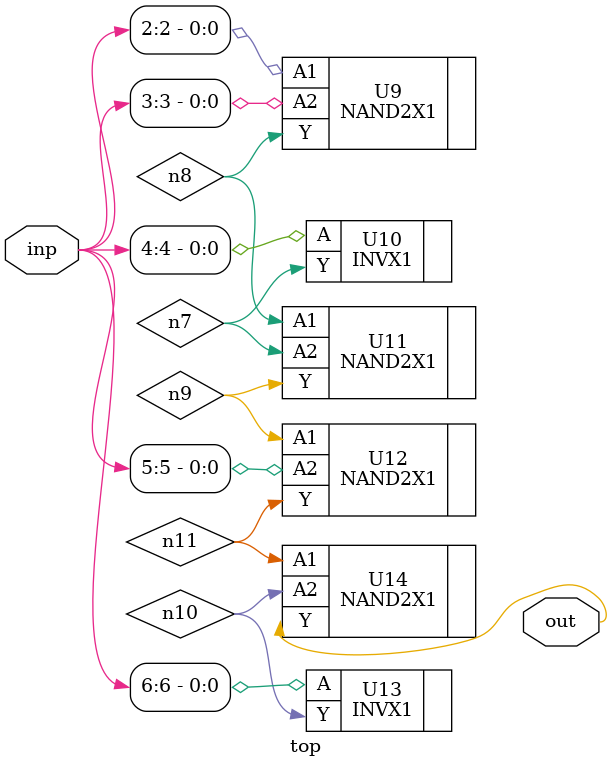
<source format=sv>


module top ( inp, out );
  input [6:0] inp;
  output out;
  wire   n7, n8, n9, n10, n11;

  NAND2X1 U9 ( .A1(inp[2]), .A2(inp[3]), .Y(n8) );
  INVX1 U10 ( .A(inp[4]), .Y(n7) );
  NAND2X1 U11 ( .A1(n8), .A2(n7), .Y(n9) );
  NAND2X1 U12 ( .A1(n9), .A2(inp[5]), .Y(n11) );
  INVX1 U13 ( .A(inp[6]), .Y(n10) );
  NAND2X1 U14 ( .A1(n11), .A2(n10), .Y(out) );
endmodule


</source>
